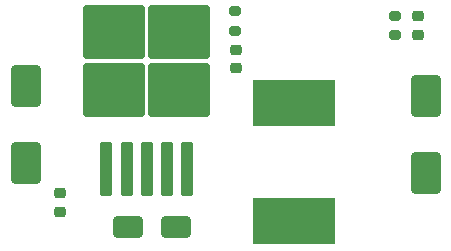
<source format=gbr>
G04 #@! TF.GenerationSoftware,KiCad,Pcbnew,9.0.6*
G04 #@! TF.CreationDate,2025-12-27T09:51:03+05:30*
G04 #@! TF.ProjectId,BC- LM2596 -ADJ,42432d20-4c4d-4323-9539-36202d41444a,rev?*
G04 #@! TF.SameCoordinates,Original*
G04 #@! TF.FileFunction,Paste,Top*
G04 #@! TF.FilePolarity,Positive*
%FSLAX46Y46*%
G04 Gerber Fmt 4.6, Leading zero omitted, Abs format (unit mm)*
G04 Created by KiCad (PCBNEW 9.0.6) date 2025-12-27 09:51:03*
%MOMM*%
%LPD*%
G01*
G04 APERTURE LIST*
G04 Aperture macros list*
%AMRoundRect*
0 Rectangle with rounded corners*
0 $1 Rounding radius*
0 $2 $3 $4 $5 $6 $7 $8 $9 X,Y pos of 4 corners*
0 Add a 4 corners polygon primitive as box body*
4,1,4,$2,$3,$4,$5,$6,$7,$8,$9,$2,$3,0*
0 Add four circle primitives for the rounded corners*
1,1,$1+$1,$2,$3*
1,1,$1+$1,$4,$5*
1,1,$1+$1,$6,$7*
1,1,$1+$1,$8,$9*
0 Add four rect primitives between the rounded corners*
20,1,$1+$1,$2,$3,$4,$5,0*
20,1,$1+$1,$4,$5,$6,$7,0*
20,1,$1+$1,$6,$7,$8,$9,0*
20,1,$1+$1,$8,$9,$2,$3,0*%
G04 Aperture macros list end*
%ADD10RoundRect,0.200000X-0.275000X0.200000X-0.275000X-0.200000X0.275000X-0.200000X0.275000X0.200000X0*%
%ADD11R,7.000000X4.000000*%
%ADD12RoundRect,0.250000X-1.000000X1.500000X-1.000000X-1.500000X1.000000X-1.500000X1.000000X1.500000X0*%
%ADD13RoundRect,0.225000X0.250000X-0.225000X0.250000X0.225000X-0.250000X0.225000X-0.250000X-0.225000X0*%
%ADD14RoundRect,0.225000X-0.250000X0.225000X-0.250000X-0.225000X0.250000X-0.225000X0.250000X0.225000X0*%
%ADD15RoundRect,0.218750X0.256250X-0.218750X0.256250X0.218750X-0.256250X0.218750X-0.256250X-0.218750X0*%
%ADD16RoundRect,0.250000X2.375000X-2.025000X2.375000X2.025000X-2.375000X2.025000X-2.375000X-2.025000X0*%
%ADD17RoundRect,0.250000X0.300000X-2.050000X0.300000X2.050000X-0.300000X2.050000X-0.300000X-2.050000X0*%
%ADD18RoundRect,0.250000X1.000000X0.650000X-1.000000X0.650000X-1.000000X-0.650000X1.000000X-0.650000X0*%
%ADD19RoundRect,0.200000X0.275000X-0.200000X0.275000X0.200000X-0.275000X0.200000X-0.275000X-0.200000X0*%
G04 APERTURE END LIST*
D10*
X147325000Y-100800000D03*
X147325000Y-102450000D03*
D11*
X152300000Y-118600000D03*
X152300000Y-108600000D03*
D12*
X163450000Y-108025000D03*
X163450000Y-114525000D03*
D13*
X147400000Y-105625000D03*
X147400000Y-104075000D03*
D14*
X132500000Y-116225000D03*
X132500000Y-117775000D03*
D15*
X162750000Y-102812500D03*
X162750000Y-101237500D03*
D16*
X137025000Y-107450000D03*
X142575000Y-107450000D03*
X137025000Y-102600000D03*
X142575000Y-102600000D03*
D17*
X136400000Y-114175000D03*
X138100000Y-114175000D03*
X139800000Y-114175000D03*
X141500000Y-114175000D03*
X143200000Y-114175000D03*
D18*
X142250000Y-119050000D03*
X138250000Y-119050000D03*
D19*
X160825000Y-102825000D03*
X160825000Y-101175000D03*
D12*
X129550000Y-107175000D03*
X129550000Y-113675000D03*
M02*

</source>
